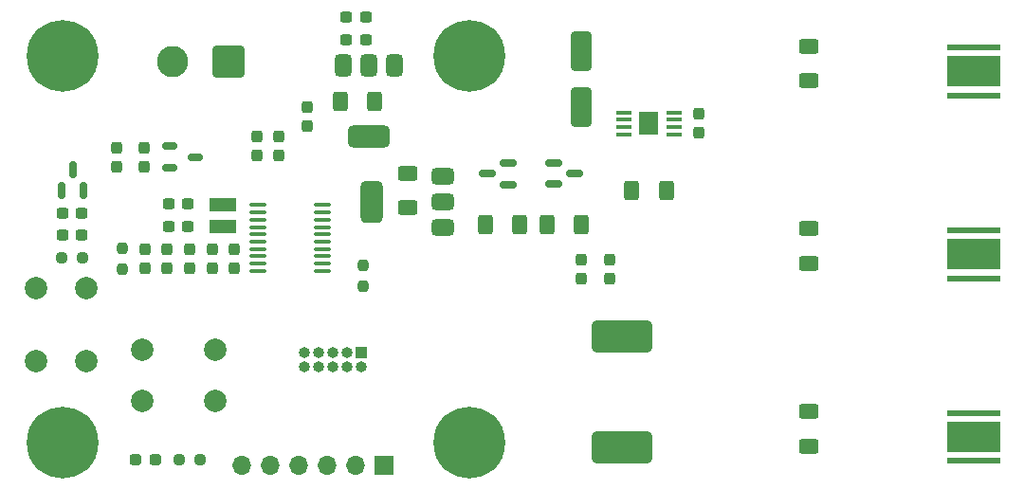
<source format=gbr>
%TF.GenerationSoftware,KiCad,Pcbnew,9.0.0*%
%TF.CreationDate,2025-08-28T15:42:06-07:00*%
%TF.ProjectId,Simple_12V_Panel,53696d70-6c65-45f3-9132-565f50616e65,rev?*%
%TF.SameCoordinates,Original*%
%TF.FileFunction,Soldermask,Top*%
%TF.FilePolarity,Negative*%
%FSLAX46Y46*%
G04 Gerber Fmt 4.6, Leading zero omitted, Abs format (unit mm)*
G04 Created by KiCad (PCBNEW 9.0.0) date 2025-08-28 15:42:06*
%MOMM*%
%LPD*%
G01*
G04 APERTURE LIST*
G04 Aperture macros list*
%AMRoundRect*
0 Rectangle with rounded corners*
0 $1 Rounding radius*
0 $2 $3 $4 $5 $6 $7 $8 $9 X,Y pos of 4 corners*
0 Add a 4 corners polygon primitive as box body*
4,1,4,$2,$3,$4,$5,$6,$7,$8,$9,$2,$3,0*
0 Add four circle primitives for the rounded corners*
1,1,$1+$1,$2,$3*
1,1,$1+$1,$4,$5*
1,1,$1+$1,$6,$7*
1,1,$1+$1,$8,$9*
0 Add four rect primitives between the rounded corners*
20,1,$1+$1,$2,$3,$4,$5,0*
20,1,$1+$1,$4,$5,$6,$7,0*
20,1,$1+$1,$6,$7,$8,$9,0*
20,1,$1+$1,$8,$9,$2,$3,0*%
G04 Aperture macros list end*
%ADD10RoundRect,0.435000X2.265000X1.015000X-2.265000X1.015000X-2.265000X-1.015000X2.265000X-1.015000X0*%
%ADD11R,4.775200X0.508000*%
%ADD12R,4.775200X2.768600*%
%ADD13R,1.358900X0.431800*%
%ADD14R,1.701800X2.006600*%
%ADD15RoundRect,0.150000X-0.512500X-0.150000X0.512500X-0.150000X0.512500X0.150000X-0.512500X0.150000X0*%
%ADD16RoundRect,0.250000X0.625000X-0.400000X0.625000X0.400000X-0.625000X0.400000X-0.625000X-0.400000X0*%
%ADD17RoundRect,0.375000X-0.375000X0.625000X-0.375000X-0.625000X0.375000X-0.625000X0.375000X0.625000X0*%
%ADD18RoundRect,0.500000X-1.400000X0.500000X-1.400000X-0.500000X1.400000X-0.500000X1.400000X0.500000X0*%
%ADD19RoundRect,0.375000X0.625000X0.375000X-0.625000X0.375000X-0.625000X-0.375000X0.625000X-0.375000X0*%
%ADD20RoundRect,0.500000X0.500000X1.400000X-0.500000X1.400000X-0.500000X-1.400000X0.500000X-1.400000X0*%
%ADD21C,6.400000*%
%ADD22RoundRect,0.237500X-0.237500X0.250000X-0.237500X-0.250000X0.237500X-0.250000X0.237500X0.250000X0*%
%ADD23RoundRect,0.250000X0.650000X-1.500000X0.650000X1.500000X-0.650000X1.500000X-0.650000X-1.500000X0*%
%ADD24RoundRect,0.250000X-0.400000X-0.625000X0.400000X-0.625000X0.400000X0.625000X-0.400000X0.625000X0*%
%ADD25RoundRect,0.237500X0.300000X0.237500X-0.300000X0.237500X-0.300000X-0.237500X0.300000X-0.237500X0*%
%ADD26RoundRect,0.237500X-0.237500X0.300000X-0.237500X-0.300000X0.237500X-0.300000X0.237500X0.300000X0*%
%ADD27R,2.387600X1.193800*%
%ADD28C,2.000000*%
%ADD29RoundRect,0.237500X0.250000X0.237500X-0.250000X0.237500X-0.250000X-0.237500X0.250000X-0.237500X0*%
%ADD30RoundRect,0.237500X0.237500X-0.300000X0.237500X0.300000X-0.237500X0.300000X-0.237500X-0.300000X0*%
%ADD31RoundRect,0.150000X0.587500X0.150000X-0.587500X0.150000X-0.587500X-0.150000X0.587500X-0.150000X0*%
%ADD32RoundRect,0.237500X-0.250000X-0.237500X0.250000X-0.237500X0.250000X0.237500X-0.250000X0.237500X0*%
%ADD33RoundRect,0.237500X-0.287500X-0.237500X0.287500X-0.237500X0.287500X0.237500X-0.287500X0.237500X0*%
%ADD34RoundRect,0.237500X-0.300000X-0.237500X0.300000X-0.237500X0.300000X0.237500X-0.300000X0.237500X0*%
%ADD35RoundRect,0.250001X1.149999X1.149999X-1.149999X1.149999X-1.149999X-1.149999X1.149999X-1.149999X0*%
%ADD36C,2.800000*%
%ADD37RoundRect,0.100000X-0.637500X-0.100000X0.637500X-0.100000X0.637500X0.100000X-0.637500X0.100000X0*%
%ADD38RoundRect,0.150000X0.150000X-0.587500X0.150000X0.587500X-0.150000X0.587500X-0.150000X-0.587500X0*%
%ADD39R,1.700000X1.700000*%
%ADD40O,1.700000X1.700000*%
%ADD41RoundRect,0.150000X-0.587500X-0.150000X0.587500X-0.150000X0.587500X0.150000X-0.587500X0.150000X0*%
%ADD42R,1.000000X1.000000*%
%ADD43O,1.000000X1.000000*%
G04 APERTURE END LIST*
D10*
%TO.C,L1*%
X164650000Y-119925000D03*
X164650000Y-110025000D03*
%TD*%
D11*
%TO.C,U9*%
X196000000Y-84220000D03*
D12*
X196000000Y-86360000D03*
D11*
X196000000Y-88500000D03*
%TD*%
%TO.C,U8*%
X196000000Y-100540000D03*
D12*
X196000000Y-102680000D03*
D11*
X196000000Y-104820000D03*
%TD*%
%TO.C,U7*%
X196000000Y-116860000D03*
D12*
X196000000Y-119000000D03*
D11*
X196000000Y-121140000D03*
%TD*%
D13*
%TO.C,U2*%
X169228850Y-91974979D03*
X169228850Y-91324993D03*
X169228850Y-90675007D03*
X169228850Y-90025021D03*
X164771150Y-90025021D03*
X164771150Y-90675007D03*
X164771150Y-91324993D03*
X164771150Y-91974979D03*
D14*
X167000000Y-91000000D03*
%TD*%
D15*
%TO.C,U1*%
X126500000Y-94000000D03*
X124225000Y-94950000D03*
X124225000Y-93050000D03*
%TD*%
D16*
%TO.C,R13*%
X181275000Y-87180000D03*
X181275000Y-84080000D03*
%TD*%
D17*
%TO.C,Q4*%
X144300000Y-85850000D03*
X142000000Y-85850000D03*
D18*
X142000000Y-92150000D03*
D17*
X139700000Y-85850000D03*
%TD*%
D19*
%TO.C,Q3*%
X148587500Y-100300000D03*
X148587500Y-98000000D03*
D20*
X142287500Y-98000000D03*
D19*
X148587500Y-95700000D03*
%TD*%
D21*
%TO.C,H4*%
X151000000Y-85000000D03*
%TD*%
%TO.C,H3*%
X114700000Y-85000000D03*
%TD*%
%TO.C,H2*%
X151000000Y-119500000D03*
%TD*%
%TO.C,H1*%
X114700000Y-119500000D03*
%TD*%
D22*
%TO.C,R1*%
X141500000Y-103675000D03*
X141500000Y-105500000D03*
%TD*%
D23*
%TO.C,D5*%
X161000000Y-89500000D03*
X161000000Y-84500000D03*
%TD*%
D24*
%TO.C,R19*%
X157887500Y-100000000D03*
X160987500Y-100000000D03*
%TD*%
%TO.C,R18*%
X152387500Y-100000000D03*
X155487500Y-100000000D03*
%TD*%
D16*
%TO.C,R17*%
X145500000Y-98550000D03*
X145500000Y-95450000D03*
%TD*%
D24*
%TO.C,R16*%
X139450000Y-89000000D03*
X142550000Y-89000000D03*
%TD*%
D16*
%TO.C,R15*%
X181275000Y-119820000D03*
X181275000Y-116720000D03*
%TD*%
%TO.C,R14*%
X181275000Y-103500000D03*
X181275000Y-100400000D03*
%TD*%
D24*
%TO.C,R4*%
X165450000Y-97000000D03*
X168550000Y-97000000D03*
%TD*%
D25*
%TO.C,C24*%
X116362500Y-101000000D03*
X114637500Y-101000000D03*
%TD*%
D26*
%TO.C,C20*%
X128000000Y-102225000D03*
X128000000Y-103950000D03*
%TD*%
D27*
%TO.C,Y1*%
X129000000Y-100228300D03*
X129000000Y-98221700D03*
%TD*%
D28*
%TO.C,SW1*%
X112250000Y-112250000D03*
X112250000Y-105750000D03*
X116750000Y-112250000D03*
X116750000Y-105750000D03*
%TD*%
D26*
%TO.C,C14*%
X161000000Y-103137500D03*
X161000000Y-104862500D03*
%TD*%
%TO.C,C18*%
X124000000Y-102225000D03*
X124000000Y-103950000D03*
%TD*%
%TO.C,C13*%
X163510000Y-103137500D03*
X163510000Y-104862500D03*
%TD*%
D29*
%TO.C,R8*%
X116412500Y-103000000D03*
X114587500Y-103000000D03*
%TD*%
D22*
%TO.C,R10*%
X120000000Y-102175000D03*
X120000000Y-104000000D03*
%TD*%
D26*
%TO.C,C29*%
X132000000Y-92137500D03*
X132000000Y-93862500D03*
%TD*%
%TO.C,C28*%
X134000000Y-92137500D03*
X134000000Y-93862500D03*
%TD*%
D30*
%TO.C,C27*%
X121902500Y-94862500D03*
X121902500Y-93137500D03*
%TD*%
D26*
%TO.C,C30*%
X136500000Y-89500000D03*
X136500000Y-91225000D03*
%TD*%
D31*
%TO.C,Q2*%
X154437500Y-96450000D03*
X154437500Y-94550000D03*
X152562500Y-95500000D03*
%TD*%
D32*
%TO.C,R9*%
X125087500Y-121000000D03*
X126912500Y-121000000D03*
%TD*%
D33*
%TO.C,D3*%
X121212500Y-121000000D03*
X122962500Y-121000000D03*
%TD*%
D26*
%TO.C,C17*%
X122000000Y-102225000D03*
X122000000Y-103950000D03*
%TD*%
D34*
%TO.C,C22*%
X124137500Y-98215000D03*
X125862500Y-98215000D03*
%TD*%
D35*
%TO.C,J1*%
X129500000Y-85500000D03*
D36*
X124500000Y-85500000D03*
%TD*%
D34*
%TO.C,C31*%
X140000000Y-81500000D03*
X141725000Y-81500000D03*
%TD*%
%TO.C,C23*%
X124137500Y-100225000D03*
X125862500Y-100225000D03*
%TD*%
D26*
%TO.C,C21*%
X130000000Y-102225000D03*
X130000000Y-103950000D03*
%TD*%
D25*
%TO.C,C25*%
X116362500Y-99000000D03*
X114637500Y-99000000D03*
%TD*%
D26*
%TO.C,C19*%
X126000000Y-102225000D03*
X126000000Y-103950000D03*
%TD*%
D37*
%TO.C,U5*%
X132137500Y-98300000D03*
X132137500Y-98950000D03*
X132137500Y-99600000D03*
X132137500Y-100250000D03*
X132137500Y-100900000D03*
X132137500Y-101550000D03*
X132137500Y-102200000D03*
X132137500Y-102850000D03*
X132137500Y-103500000D03*
X132137500Y-104150000D03*
X137862500Y-104150000D03*
X137862500Y-103500000D03*
X137862500Y-102850000D03*
X137862500Y-102200000D03*
X137862500Y-101550000D03*
X137862500Y-100900000D03*
X137862500Y-100250000D03*
X137862500Y-99600000D03*
X137862500Y-98950000D03*
X137862500Y-98300000D03*
%TD*%
D34*
%TO.C,C32*%
X140000000Y-83500000D03*
X141725000Y-83500000D03*
%TD*%
D38*
%TO.C,U10*%
X114600000Y-97000000D03*
X116500000Y-97000000D03*
X115550000Y-95125000D03*
%TD*%
D28*
%TO.C,SW3*%
X121750000Y-111250000D03*
X128250000Y-111250000D03*
X121750000Y-115750000D03*
X128250000Y-115750000D03*
%TD*%
D39*
%TO.C,J3*%
X143350000Y-121500000D03*
D40*
X140810000Y-121500000D03*
X138270000Y-121500000D03*
X135730000Y-121500000D03*
X133190000Y-121500000D03*
X130650000Y-121500000D03*
%TD*%
D41*
%TO.C,Q1*%
X158500000Y-94500000D03*
X158500000Y-96400000D03*
X160375000Y-95450000D03*
%TD*%
D42*
%TO.C,J4*%
X141310000Y-111500000D03*
D43*
X141310000Y-112770000D03*
X140040000Y-111500000D03*
X140040000Y-112770000D03*
X138770000Y-111500000D03*
X138770000Y-112770000D03*
X137500000Y-111500000D03*
X137500000Y-112770000D03*
X136230000Y-111500000D03*
X136230000Y-112770000D03*
%TD*%
D26*
%TO.C,C11*%
X171500000Y-90137500D03*
X171500000Y-91862500D03*
%TD*%
D30*
%TO.C,C26*%
X119500000Y-94862500D03*
X119500000Y-93137500D03*
%TD*%
M02*

</source>
